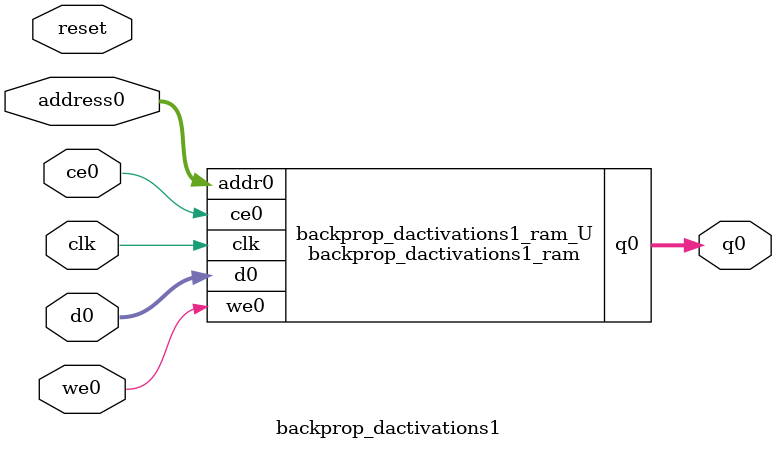
<source format=v>
`timescale 1 ns / 1 ps
module backprop_dactivations1_ram (addr0, ce0, d0, we0, q0,  clk);

parameter DWIDTH = 64;
parameter AWIDTH = 6;
parameter MEM_SIZE = 64;

input[AWIDTH-1:0] addr0;
input ce0;
input[DWIDTH-1:0] d0;
input we0;
output reg[DWIDTH-1:0] q0;
input clk;

reg [DWIDTH-1:0] ram[0:MEM_SIZE-1];




always @(posedge clk)  
begin 
    if (ce0) begin
        if (we0) 
            ram[addr0] <= d0; 
        q0 <= ram[addr0];
    end
end


endmodule

`timescale 1 ns / 1 ps
module backprop_dactivations1(
    reset,
    clk,
    address0,
    ce0,
    we0,
    d0,
    q0);

parameter DataWidth = 32'd64;
parameter AddressRange = 32'd64;
parameter AddressWidth = 32'd6;
input reset;
input clk;
input[AddressWidth - 1:0] address0;
input ce0;
input we0;
input[DataWidth - 1:0] d0;
output[DataWidth - 1:0] q0;



backprop_dactivations1_ram backprop_dactivations1_ram_U(
    .clk( clk ),
    .addr0( address0 ),
    .ce0( ce0 ),
    .we0( we0 ),
    .d0( d0 ),
    .q0( q0 ));

endmodule


</source>
